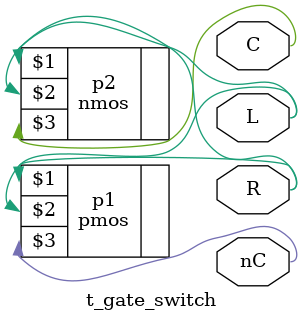
<source format=v>
`include "includes.v"
`include "includes1.v"
`include "includes2.v"

module t_gate_switch (L,R,nC,C);
 output L;
 output R;
 output nC;
 output C;

 //Syntax: keyword unique_name (drain. source, gate);
 pmos p1 (L,R,nC);
 nmos p2 (L,R,C);

endmodule

</source>
